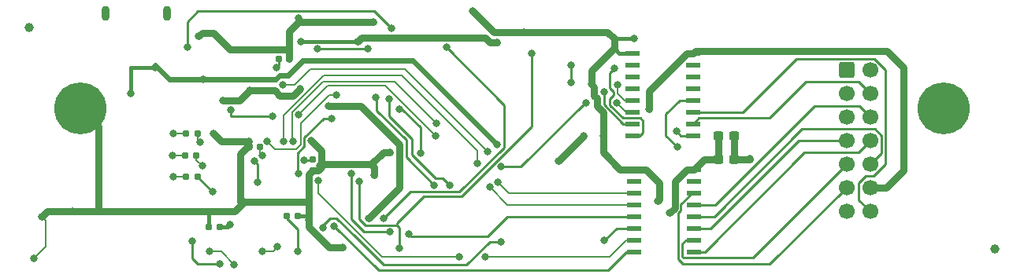
<source format=gbr>
%TF.GenerationSoftware,KiCad,Pcbnew,8.0.2*%
%TF.CreationDate,2024-05-22T10:06:01-07:00*%
%TF.ProjectId,USB_8769M,5553425f-3837-4363-994d-2e6b69636164,rev?*%
%TF.SameCoordinates,Original*%
%TF.FileFunction,Copper,L2,Bot*%
%TF.FilePolarity,Positive*%
%FSLAX46Y46*%
G04 Gerber Fmt 4.6, Leading zero omitted, Abs format (unit mm)*
G04 Created by KiCad (PCBNEW 8.0.2) date 2024-05-22 10:06:01*
%MOMM*%
%LPD*%
G01*
G04 APERTURE LIST*
G04 Aperture macros list*
%AMRoundRect*
0 Rectangle with rounded corners*
0 $1 Rounding radius*
0 $2 $3 $4 $5 $6 $7 $8 $9 X,Y pos of 4 corners*
0 Add a 4 corners polygon primitive as box body*
4,1,4,$2,$3,$4,$5,$6,$7,$8,$9,$2,$3,0*
0 Add four circle primitives for the rounded corners*
1,1,$1+$1,$2,$3*
1,1,$1+$1,$4,$5*
1,1,$1+$1,$6,$7*
1,1,$1+$1,$8,$9*
0 Add four rect primitives between the rounded corners*
20,1,$1+$1,$2,$3,$4,$5,0*
20,1,$1+$1,$4,$5,$6,$7,0*
20,1,$1+$1,$6,$7,$8,$9,0*
20,1,$1+$1,$8,$9,$2,$3,0*%
G04 Aperture macros list end*
%TA.AperFunction,ComponentPad*%
%ADD10C,3.600000*%
%TD*%
%TA.AperFunction,ConnectorPad*%
%ADD11C,5.600000*%
%TD*%
%TA.AperFunction,ComponentPad*%
%ADD12RoundRect,0.250000X-0.600000X-0.600000X0.600000X-0.600000X0.600000X0.600000X-0.600000X0.600000X0*%
%TD*%
%TA.AperFunction,ComponentPad*%
%ADD13C,1.700000*%
%TD*%
%TA.AperFunction,ComponentPad*%
%ADD14O,0.900000X1.600000*%
%TD*%
%TA.AperFunction,SMDPad,CuDef*%
%ADD15RoundRect,0.155000X0.212500X0.155000X-0.212500X0.155000X-0.212500X-0.155000X0.212500X-0.155000X0*%
%TD*%
%TA.AperFunction,SMDPad,CuDef*%
%ADD16RoundRect,0.137500X-0.662500X-0.137500X0.662500X-0.137500X0.662500X0.137500X-0.662500X0.137500X0*%
%TD*%
%TA.AperFunction,SMDPad,CuDef*%
%ADD17RoundRect,0.160000X0.197500X0.160000X-0.197500X0.160000X-0.197500X-0.160000X0.197500X-0.160000X0*%
%TD*%
%TA.AperFunction,SMDPad,CuDef*%
%ADD18RoundRect,0.237500X0.300000X0.237500X-0.300000X0.237500X-0.300000X-0.237500X0.300000X-0.237500X0*%
%TD*%
%TA.AperFunction,SMDPad,CuDef*%
%ADD19RoundRect,0.155000X-0.212500X-0.155000X0.212500X-0.155000X0.212500X0.155000X-0.212500X0.155000X0*%
%TD*%
%TA.AperFunction,SMDPad,CuDef*%
%ADD20C,1.000000*%
%TD*%
%TA.AperFunction,SMDPad,CuDef*%
%ADD21RoundRect,0.155000X-0.155000X0.212500X-0.155000X-0.212500X0.155000X-0.212500X0.155000X0.212500X0*%
%TD*%
%TA.AperFunction,ViaPad*%
%ADD22C,0.800000*%
%TD*%
%TA.AperFunction,Conductor*%
%ADD23C,0.800000*%
%TD*%
%TA.AperFunction,Conductor*%
%ADD24C,0.200000*%
%TD*%
%TA.AperFunction,Conductor*%
%ADD25C,0.400000*%
%TD*%
%TA.AperFunction,Conductor*%
%ADD26C,0.600000*%
%TD*%
%TA.AperFunction,Conductor*%
%ADD27C,0.254000*%
%TD*%
%TA.AperFunction,Conductor*%
%ADD28C,0.250000*%
%TD*%
G04 APERTURE END LIST*
D10*
%TO.P,H1,1,1*%
%TO.N,GND*%
X103500000Y-96200000D03*
D11*
X103500000Y-96200000D03*
%TD*%
D10*
%TO.P,H2,1,1*%
%TO.N,GND*%
X196300000Y-96200000D03*
D11*
X196300000Y-96200000D03*
%TD*%
D12*
%TO.P,J3,1,Pin_1*%
%TO.N,unconnected-(J3-Pin_1-Pad1)*%
X185860000Y-92060000D03*
D13*
%TO.P,J3,2,Pin_2*%
%TO.N,unconnected-(J3-Pin_2-Pad2)*%
X188400000Y-92060000D03*
%TO.P,J3,3,Pin_3*%
%TO.N,/AttenIFace/P4THRU*%
X185860000Y-94600000D03*
%TO.P,J3,4,Pin_4*%
%TO.N,/AttenIFace/P4CONN*%
X188400000Y-94600000D03*
%TO.P,J3,5,Pin_5*%
%TO.N,unconnected-(J3-Pin_5-Pad5)*%
X185860000Y-97140000D03*
%TO.P,J3,6,Pin_6*%
%TO.N,/AttenIFace/P3THRU*%
X188400000Y-97140000D03*
%TO.P,J3,7,Pin_7*%
%TO.N,/AttenIFace/P2THRU*%
X185860000Y-99680000D03*
%TO.P,J3,8,Pin_8*%
%TO.N,/AttenIFace/P1THRU*%
X188400000Y-99680000D03*
%TO.P,J3,9,Pin_9*%
%TO.N,/AttenIFace/P1CONN*%
X185860000Y-102220000D03*
%TO.P,J3,10,Pin_10*%
%TO.N,/AttenIFace/P2CONN*%
X188400000Y-102220000D03*
%TO.P,J3,11,Pin_11*%
%TO.N,/AttenIFace/P3CONN*%
X185860000Y-104760000D03*
%TO.P,J3,12,Pin_12*%
%TO.N,+VSW*%
X188400000Y-104760000D03*
%TO.P,J3,13,Pin_13*%
%TO.N,/AttenIFace/P5CONN*%
X185860000Y-107300000D03*
%TO.P,J3,14,Pin_14*%
%TO.N,/AttenIFace/P5THRU*%
X188400000Y-107300000D03*
%TD*%
D14*
%TO.P,J1,6,Shield*%
%TO.N,GND*%
X112800000Y-86000000D03*
X106200000Y-86000000D03*
%TD*%
D15*
%TO.P,C10,1*%
%TO.N,+3.3V*%
X118467500Y-109000000D03*
%TO.P,C10,2*%
%TO.N,GND*%
X117332500Y-109000000D03*
%TD*%
D16*
%TO.P,U6,1,I1*%
%TO.N,S4U*%
X162850000Y-99145000D03*
%TO.P,U6,2,I2*%
%TO.N,S4D*%
X162850000Y-97875000D03*
%TO.P,U6,3,I3*%
%TO.N,S5U*%
X162850000Y-96605000D03*
%TO.P,U6,4,I4*%
%TO.N,S5D*%
X162850000Y-95335000D03*
%TO.P,U6,5,I5*%
%TO.N,unconnected-(U6-I5-Pad5)*%
X162850000Y-94065000D03*
%TO.P,U6,6,I6*%
%TO.N,unconnected-(U6-I6-Pad6)*%
X162850000Y-92795000D03*
%TO.P,U6,7,I7*%
%TO.N,unconnected-(U6-I7-Pad7)*%
X162850000Y-91525000D03*
%TO.P,U6,8,GND*%
%TO.N,GND*%
X162850000Y-90255000D03*
%TO.P,U6,9,COM*%
%TO.N,+VSW*%
X169350000Y-90255000D03*
%TO.P,U6,10,O7*%
%TO.N,unconnected-(U6-O7-Pad10)*%
X169350000Y-91525000D03*
%TO.P,U6,11,O6*%
%TO.N,unconnected-(U6-O6-Pad11)*%
X169350000Y-92795000D03*
%TO.P,U6,12,O5*%
%TO.N,unconnected-(U6-O5-Pad12)*%
X169350000Y-94065000D03*
%TO.P,U6,13,O4*%
%TO.N,/AttenIFace/P5CONN*%
X169350000Y-95335000D03*
%TO.P,U6,14,O3*%
%TO.N,/AttenIFace/P5THRU*%
X169350000Y-96605000D03*
%TO.P,U6,15,O2*%
%TO.N,/AttenIFace/P4CONN*%
X169350000Y-97875000D03*
%TO.P,U6,16,O1*%
%TO.N,/AttenIFace/P4THRU*%
X169350000Y-99145000D03*
%TD*%
D17*
%TO.P,R10,1*%
%TO.N,GND*%
X126897500Y-107800000D03*
%TO.P,R10,2*%
%TO.N,Net-(U3-BOOT0)*%
X125702500Y-107800000D03*
%TD*%
%TO.P,R15,1*%
%TO.N,Net-(U3-PA9)*%
X115995000Y-101300000D03*
%TO.P,R15,2*%
%TO.N,Net-(D6-A)*%
X114800000Y-101300000D03*
%TD*%
D18*
%TO.P,C20,1*%
%TO.N,GND*%
X173800000Y-99200000D03*
%TO.P,C20,2*%
%TO.N,+VSW*%
X172075000Y-99200000D03*
%TD*%
D15*
%TO.P,C6,1*%
%TO.N,GND*%
X125967500Y-90900000D03*
%TO.P,C6,2*%
%TO.N,Net-(U2-BP)*%
X124832500Y-90900000D03*
%TD*%
D16*
%TO.P,U5,1,I1*%
%TO.N,S1U*%
X163000000Y-111680000D03*
%TO.P,U5,2,I2*%
%TO.N,S1D*%
X163000000Y-110410000D03*
%TO.P,U5,3,I3*%
%TO.N,S2U*%
X163000000Y-109140000D03*
%TO.P,U5,4,I4*%
%TO.N,S2D*%
X163000000Y-107870000D03*
%TO.P,U5,5,I5*%
%TO.N,S3U*%
X163000000Y-106600000D03*
%TO.P,U5,6,I6*%
%TO.N,S3D*%
X163000000Y-105330000D03*
%TO.P,U5,7,I7*%
%TO.N,unconnected-(U5-I7-Pad7)*%
X163000000Y-104060000D03*
%TO.P,U5,8,GND*%
%TO.N,GND*%
X163000000Y-102790000D03*
%TO.P,U5,9,COM*%
%TO.N,+VSW*%
X169500000Y-102790000D03*
%TO.P,U5,10,O7*%
%TO.N,unconnected-(U5-O7-Pad10)*%
X169500000Y-104060000D03*
%TO.P,U5,11,O6*%
%TO.N,/AttenIFace/P3CONN*%
X169500000Y-105330000D03*
%TO.P,U5,12,O5*%
%TO.N,/AttenIFace/P3THRU*%
X169500000Y-106600000D03*
%TO.P,U5,13,O4*%
%TO.N,/AttenIFace/P2CONN*%
X169500000Y-107870000D03*
%TO.P,U5,14,O3*%
%TO.N,/AttenIFace/P2THRU*%
X169500000Y-109140000D03*
%TO.P,U5,15,O2*%
%TO.N,/AttenIFace/P1CONN*%
X169500000Y-110410000D03*
%TO.P,U5,16,O1*%
%TO.N,/AttenIFace/P1THRU*%
X169500000Y-111680000D03*
%TD*%
D19*
%TO.P,C17,1*%
%TO.N,GND*%
X121665000Y-100400000D03*
%TO.P,C17,2*%
%TO.N,Net-(U3-VCAP1)*%
X122800000Y-100400000D03*
%TD*%
D20*
%TO.P,FID4,*%
%TO.N,*%
X201800000Y-111400000D03*
%TD*%
D17*
%TO.P,R14,1*%
%TO.N,Net-(U3-PA8)*%
X116097500Y-98900000D03*
%TO.P,R14,2*%
%TO.N,Net-(D5-A)*%
X114902500Y-98900000D03*
%TD*%
D18*
%TO.P,C21,1*%
%TO.N,GND*%
X173800000Y-101710000D03*
%TO.P,C21,2*%
%TO.N,+VSW*%
X172075000Y-101710000D03*
%TD*%
D21*
%TO.P,C13,1*%
%TO.N,Net-(U3-VDDA)*%
X128500000Y-101765000D03*
%TO.P,C13,2*%
%TO.N,GND*%
X128500000Y-102900000D03*
%TD*%
D20*
%TO.P,FID3,*%
%TO.N,*%
X98000000Y-87500000D03*
%TD*%
D17*
%TO.P,R16,1*%
%TO.N,Net-(U3-PA10)*%
X116095000Y-103600000D03*
%TO.P,R16,2*%
%TO.N,Net-(D7-A)*%
X114900000Y-103600000D03*
%TD*%
D22*
%TO.N,GND*%
X118800000Y-95350000D03*
X163000000Y-88700000D03*
X117800000Y-98900000D03*
X158451757Y-93606003D03*
X159700000Y-99200000D03*
X129289000Y-102416000D03*
X131700000Y-111200000D03*
X151200000Y-88000000D03*
X127099001Y-94127201D03*
X175476017Y-101676009D03*
X135000000Y-86900000D03*
X145700000Y-85725000D03*
X99336100Y-107935000D03*
X121650000Y-99761800D03*
X154900000Y-101900000D03*
X165600000Y-106200000D03*
X157600000Y-99200000D03*
X136800000Y-101000000D03*
X116255000Y-88450000D03*
X128070000Y-108243000D03*
X127000000Y-86500000D03*
X135100000Y-103400000D03*
X121099996Y-106300000D03*
X128334000Y-99663000D03*
X102700000Y-107300000D03*
X119600000Y-89900000D03*
X98500000Y-112400000D03*
X121700000Y-94300000D03*
%TO.N,+VSW*%
X166867994Y-107500006D03*
X164648000Y-96312300D03*
%TO.N,VBUS*%
X111600000Y-91855000D03*
X108898000Y-94600000D03*
X148300000Y-100100000D03*
X116700000Y-93100000D03*
%TO.N,Net-(U2-BP)*%
X124600000Y-91800000D03*
%TO.N,+3.3V*%
X135300000Y-97600000D03*
X134474000Y-108100000D03*
X127200000Y-89000000D03*
X148322000Y-89092700D03*
X119607000Y-108717000D03*
X130207637Y-95966161D03*
X133300000Y-89000000D03*
%TO.N,Net-(U3-VDDA)*%
X127600000Y-101800000D03*
%TO.N,Net-(J2-~{RESET})*%
X115500000Y-110500000D03*
X133459000Y-104076000D03*
X137800000Y-111300000D03*
X118500000Y-113000000D03*
X152033000Y-90298200D03*
%TO.N,Net-(U3-VCAP1)*%
X123067000Y-101299000D03*
%TO.N,/uController/JTDO*%
X117437660Y-111644034D03*
X120059505Y-113073553D03*
X124707810Y-111156397D03*
X123059782Y-111613588D03*
%TO.N,/AttenIFace/P5CONN*%
X167700000Y-100400000D03*
%TO.N,/AttenIFace/P4THRU*%
X167600004Y-98700000D03*
%TO.N,Net-(U3-BOOT0)*%
X126850000Y-111600000D03*
X142854000Y-89633600D03*
X136138000Y-108109000D03*
%TO.N,Net-(U3-PB0)*%
X124138000Y-97025400D03*
X114999999Y-89599999D03*
X119700000Y-96400000D03*
X136948000Y-87565200D03*
%TO.N,/uController/~{SPI2NSS}*%
X141568000Y-104492000D03*
X135270000Y-95060000D03*
%TO.N,Net-(D5-A)*%
X113500000Y-98900000D03*
%TO.N,S5U*%
X126980000Y-96909700D03*
X161200000Y-95600000D03*
X141700000Y-99200000D03*
%TO.N,/uController/SPI2_MOSI*%
X122600000Y-104200000D03*
X122205000Y-101877000D03*
X128968000Y-89827900D03*
X134400000Y-89827900D03*
%TO.N,Net-(D6-A)*%
X113400000Y-101300000D03*
%TO.N,S3D*%
X125240383Y-93691286D03*
X147300000Y-100900000D03*
X148416000Y-104187000D03*
%TO.N,S2D*%
X138855000Y-109798000D03*
X136803000Y-109529000D03*
X132638000Y-103289000D03*
%TO.N,S1D*%
X144200000Y-112245000D03*
X147000002Y-112200000D03*
X129100000Y-104000000D03*
%TO.N,/uController/SPI2_SCK*%
X131000000Y-94800000D03*
X123614000Y-99781000D03*
%TO.N,S5D*%
X141800000Y-97800000D03*
X161300000Y-93700000D03*
X126400000Y-99800000D03*
%TO.N,S4D*%
X157891000Y-95590500D03*
X148710000Y-102510000D03*
X159790000Y-94464100D03*
X129611000Y-109126000D03*
X148711000Y-110600000D03*
%TO.N,S1U*%
X130818000Y-108884000D03*
%TO.N,S4U*%
X156305000Y-93457000D03*
X156300000Y-91600000D03*
X160933798Y-91933798D03*
X137800000Y-96300000D03*
X140054000Y-101029000D03*
%TO.N,Net-(D7-A)*%
X113500000Y-103600000D03*
%TO.N,S2U*%
X159854000Y-110434000D03*
X126976000Y-103249000D03*
X143198000Y-104492000D03*
X136700000Y-95200000D03*
X130539000Y-97282700D03*
%TO.N,S3U*%
X146146488Y-102146476D03*
X147500000Y-104700000D03*
X125400000Y-99800000D03*
%TO.N,Net-(U3-PA8)*%
X116400000Y-99900000D03*
%TO.N,Net-(U3-PA9)*%
X116600000Y-102400000D03*
%TO.N,Net-(U3-PA10)*%
X117700000Y-105175000D03*
%TD*%
D23*
%TO.N,GND*%
X125968000Y-89900000D02*
X125968000Y-90900000D01*
X158760000Y-94862300D02*
X158760000Y-93914246D01*
X160164905Y-88000000D02*
X151200000Y-88000000D01*
X120700000Y-106300000D02*
X121099996Y-106300000D01*
X159021000Y-95122500D02*
X159021000Y-95927400D01*
X116605000Y-88100000D02*
X116255000Y-88450000D01*
X129429000Y-102276000D02*
X129289000Y-102416000D01*
X124402000Y-94300000D02*
X124932000Y-94830000D01*
X175442026Y-101710000D02*
X175476017Y-101676009D01*
X158760000Y-93914246D02*
X158451757Y-93606003D01*
X128334000Y-99663000D02*
X129429000Y-100758000D01*
X121700000Y-94300000D02*
X120650000Y-95350000D01*
X117800000Y-98900000D02*
X118702000Y-99802000D01*
X120099996Y-107300000D02*
X121099996Y-106300000D01*
X147975000Y-88000000D02*
X145700000Y-85725000D01*
X124932000Y-94830000D02*
X126396202Y-94830000D01*
X160882732Y-89717162D02*
X160882732Y-88717827D01*
X135100000Y-102575000D02*
X134799000Y-102274000D01*
X158451757Y-93606003D02*
X158451757Y-92148135D01*
X128070000Y-108243000D02*
X128070000Y-107800000D01*
D24*
X99766400Y-108365000D02*
X99336100Y-107935000D01*
D23*
X129429000Y-102276000D02*
X129429000Y-102556000D01*
X129429000Y-100758000D02*
X129429000Y-102276000D01*
X161490000Y-102790000D02*
X163000000Y-102790000D01*
X128070000Y-103330000D02*
X128070000Y-106400000D01*
X159021000Y-95927400D02*
X159700000Y-96606900D01*
X105500000Y-98200000D02*
X103500000Y-96200000D01*
X117800000Y-88100000D02*
X116605000Y-88100000D01*
X125967500Y-90900000D02*
X125968000Y-90900000D01*
X163000000Y-102790000D02*
X164293000Y-102790000D01*
X134799000Y-102274000D02*
X129431000Y-102274000D01*
X130270786Y-111200000D02*
X131700000Y-111200000D01*
X120700000Y-106300000D02*
X120700000Y-101132000D01*
D25*
X126897500Y-107800000D02*
X128070000Y-107800000D01*
D24*
X98500000Y-112400000D02*
X99766400Y-111134000D01*
D23*
X159700000Y-101000000D02*
X161490000Y-102790000D01*
X127000000Y-86500000D02*
X127000000Y-86900000D01*
X120650000Y-95350000D02*
X118800000Y-95350000D01*
X159700000Y-96606900D02*
X159700000Y-99200000D01*
X165737999Y-106062001D02*
X165737999Y-104234999D01*
X127970000Y-106300000D02*
X128070000Y-106400000D01*
X128070000Y-106400000D02*
X128070000Y-107800000D01*
X99971100Y-107300000D02*
X99336100Y-107935000D01*
X129431000Y-102274000D02*
X129429000Y-102276000D01*
D24*
X121650000Y-99761800D02*
X121650000Y-100182000D01*
D23*
X129104000Y-102900000D02*
X128500000Y-102900000D01*
X158760000Y-94862300D02*
X159021000Y-95122500D01*
X121700000Y-94300000D02*
X124402000Y-94300000D01*
D25*
X162850000Y-90255000D02*
X161420568Y-90255000D01*
D23*
X164293000Y-102790000D02*
X165737999Y-104234999D01*
X159700000Y-99200000D02*
X159700000Y-101000000D01*
X118702000Y-99802000D02*
X121610000Y-99802000D01*
X160882732Y-88717827D02*
X160164905Y-88000000D01*
X151200000Y-88000000D02*
X147975000Y-88000000D01*
X105500000Y-107300000D02*
X105500000Y-98200000D01*
X173800000Y-101710000D02*
X175442026Y-101710000D01*
D25*
X161420568Y-90255000D02*
X160882730Y-89717162D01*
D23*
X121610000Y-99802000D02*
X121650000Y-99761800D01*
X165600000Y-106200000D02*
X165737999Y-106062001D01*
X129429000Y-102575000D02*
X129104000Y-102900000D01*
X157600000Y-99200000D02*
X154900000Y-101900000D01*
D24*
X121650000Y-100182000D02*
X121650000Y-100385000D01*
D25*
X160900559Y-88700000D02*
X160882730Y-88717829D01*
D23*
X129429000Y-102556000D02*
X129429000Y-102575000D01*
X120700000Y-101132000D02*
X121650000Y-100182000D01*
X128070000Y-108999214D02*
X130270786Y-111200000D01*
X117400000Y-107300000D02*
X120099996Y-107300000D01*
X136073000Y-101000000D02*
X136800000Y-101000000D01*
X105500000Y-107300000D02*
X102700000Y-107300000D01*
X173800000Y-101710000D02*
X173800000Y-99200000D01*
X102700000Y-107300000D02*
X99971100Y-107300000D01*
D25*
X117332500Y-107367500D02*
X117400000Y-107300000D01*
D23*
X121665000Y-100400000D02*
X121650000Y-100385000D01*
X135100000Y-103400000D02*
X135100000Y-102575000D01*
D25*
X117332500Y-109000000D02*
X117332500Y-107367500D01*
D23*
X117400000Y-107300000D02*
X105500000Y-107300000D01*
X126396202Y-94830000D02*
X127099001Y-94127201D01*
X129429000Y-102556000D02*
X129289000Y-102416000D01*
X158451757Y-92148135D02*
X160882730Y-89717162D01*
X128500000Y-102900000D02*
X128070000Y-103330000D01*
X128070000Y-108243000D02*
X128070000Y-108999214D01*
X127000000Y-86900000D02*
X125968000Y-87932500D01*
X125968000Y-87932500D02*
X125968000Y-89900000D01*
X119600000Y-89900000D02*
X117800000Y-88100000D01*
X120700000Y-106300000D02*
X127970000Y-106300000D01*
D25*
X163000000Y-88700000D02*
X160900559Y-88700000D01*
D23*
X125968000Y-89900000D02*
X119600000Y-89900000D01*
X127000000Y-86900000D02*
X135000000Y-86900000D01*
X134799000Y-102274000D02*
X136073000Y-101000000D01*
D24*
X99766400Y-111134000D02*
X99766400Y-108365000D01*
D23*
%TO.N,+VSW*%
X167400000Y-106968000D02*
X166867994Y-107500006D01*
X164648000Y-96312300D02*
X164648000Y-94339100D01*
X172075000Y-101710000D02*
X172075000Y-99200000D01*
X169605000Y-90000000D02*
X190200000Y-90000000D01*
X190140000Y-104760000D02*
X188400000Y-104760000D01*
X192000000Y-91800000D02*
X192000000Y-102900000D01*
X164648000Y-94339100D02*
X168732000Y-90255000D01*
X172075000Y-101710000D02*
X170580000Y-101710000D01*
X168700001Y-102790000D02*
X167400000Y-104090001D01*
X170580000Y-101710000D02*
X169500000Y-102790000D01*
X192000000Y-102900000D02*
X190140000Y-104760000D01*
X168732000Y-90255000D02*
X169350000Y-90255000D01*
X169500000Y-102790000D02*
X168700001Y-102790000D01*
X169350000Y-90255000D02*
X169605000Y-90000000D01*
X167400000Y-104090001D02*
X167400000Y-106968000D01*
X190200000Y-90000000D02*
X192000000Y-91800000D01*
D26*
%TO.N,VBUS*%
X113100000Y-93100000D02*
X111600000Y-91600000D01*
D25*
X111600000Y-91855000D02*
X111855000Y-91855000D01*
D26*
X124973000Y-92670000D02*
X124543000Y-93100000D01*
X116700000Y-93100000D02*
X113100000Y-93100000D01*
D25*
X108898000Y-91855000D02*
X111600000Y-91855000D01*
D26*
X139273000Y-91073000D02*
X127424000Y-91073000D01*
X125827000Y-92670000D02*
X124973000Y-92670000D01*
X111600000Y-91600000D02*
X111600000Y-91855000D01*
X124543000Y-93100000D02*
X116700000Y-93100000D01*
X127424000Y-91073000D02*
X125827000Y-92670000D01*
D25*
X108898000Y-94600000D02*
X108898000Y-91855000D01*
D26*
X148300000Y-100100000D02*
X139273000Y-91073000D01*
D27*
%TO.N,Net-(U2-BP)*%
X124832000Y-91233200D02*
X124832000Y-91233700D01*
X124832000Y-91066600D02*
X124832000Y-91233200D01*
X124832000Y-91567500D02*
X124600000Y-91800000D01*
X124832000Y-91233700D02*
X124832000Y-91567500D01*
D28*
X124832000Y-91233700D02*
X124832000Y-91233200D01*
X124832000Y-91233200D02*
X124832000Y-91066600D01*
D23*
%TO.N,+3.3V*%
X147042000Y-88598100D02*
X133702000Y-88598100D01*
X137811000Y-104763000D02*
X134474000Y-108100000D01*
X147537000Y-89092700D02*
X147042000Y-88598100D01*
D25*
X118467500Y-109000000D02*
X119324000Y-109000000D01*
X119324000Y-109000000D02*
X119607000Y-108717000D01*
D23*
X148322000Y-89092700D02*
X147537000Y-89092700D01*
X135300000Y-97600000D02*
X137811000Y-100111000D01*
X137811000Y-100111000D02*
X137811000Y-104763000D01*
X133666161Y-95966161D02*
X130207637Y-95966161D01*
X135300000Y-97600000D02*
X133666161Y-95966161D01*
X133702000Y-88598100D02*
X133300000Y-89000000D01*
D25*
X127200000Y-89000000D02*
X133300000Y-89000000D01*
D28*
%TO.N,Net-(U3-VDDA)*%
X127600000Y-101800000D02*
X128465000Y-101800000D01*
%TO.N,Net-(J2-~{RESET})*%
X133459000Y-108137000D02*
X133459000Y-104076000D01*
X115500000Y-110500000D02*
X115500000Y-112400002D01*
X137800000Y-109085000D02*
X137800000Y-111300000D01*
X136502000Y-108802000D02*
X136452000Y-108853000D01*
X137517000Y-108802000D02*
X137800000Y-109085000D01*
X116099998Y-113000000D02*
X118500000Y-113000000D01*
X140402000Y-105708000D02*
X137517000Y-108592000D01*
X136452000Y-108853000D02*
X134175000Y-108853000D01*
X152033000Y-98161200D02*
X144486000Y-105708000D01*
X115500000Y-112400002D02*
X116099998Y-113000000D01*
X144486000Y-105708000D02*
X140402000Y-105708000D01*
X137517000Y-108592000D02*
X137517000Y-108802000D01*
X134175000Y-108853000D02*
X133459000Y-108137000D01*
X152033000Y-90298200D02*
X152033000Y-98161200D01*
X137517000Y-108802000D02*
X136502000Y-108802000D01*
D24*
%TO.N,Net-(U3-VCAP1)*%
X122800000Y-101032000D02*
X123067000Y-101299000D01*
X122800000Y-100400000D02*
X122800000Y-101032000D01*
%TO.N,/uController/JTDO*%
X123059782Y-111613588D02*
X124250619Y-111613588D01*
X118629986Y-111644034D02*
X117437660Y-111644034D01*
X124250619Y-111613588D02*
X124707810Y-111156397D01*
X120059505Y-113073553D02*
X118629986Y-111644034D01*
D28*
%TO.N,/AttenIFace/P2THRU*%
X180724000Y-99680000D02*
X185860000Y-99680000D01*
X171264000Y-109140000D02*
X180724000Y-99680000D01*
X169500000Y-109140000D02*
X171264000Y-109140000D01*
%TO.N,/AttenIFace/P3THRU*%
X182411505Y-95949400D02*
X171760905Y-106600000D01*
X171760905Y-106600000D02*
X169500000Y-106600000D01*
X188400000Y-97140000D02*
X187209400Y-95949400D01*
X187209400Y-95949400D02*
X182411505Y-95949400D01*
%TO.N,/AttenIFace/P5CONN*%
X166445000Y-96845847D02*
X166445000Y-99145000D01*
X167955847Y-95335000D02*
X166445000Y-96845847D01*
X169350000Y-95335000D02*
X167955847Y-95335000D01*
X166445000Y-99145000D02*
X167700000Y-100400000D01*
%TO.N,/AttenIFace/P4CONN*%
X169999000Y-97226400D02*
X177608000Y-97226400D01*
X187183000Y-93383200D02*
X188400000Y-94600000D01*
X181452000Y-93383200D02*
X187183000Y-93383200D01*
X169350000Y-97875000D02*
X169999000Y-97226400D01*
X177608000Y-97226400D02*
X181452000Y-93383200D01*
%TO.N,/AttenIFace/P2CONN*%
X171630000Y-107870000D02*
X181037400Y-98462600D01*
X189603000Y-101017000D02*
X188400000Y-102220000D01*
X181037400Y-98462600D02*
X188902000Y-98462600D01*
X169500000Y-107870000D02*
X171630000Y-107870000D01*
X188902000Y-98462600D02*
X189603000Y-99163800D01*
X189603000Y-99163800D02*
X189603000Y-101017000D01*
%TO.N,/AttenIFace/P1THRU*%
X170637000Y-111680000D02*
X181365000Y-100952000D01*
X169500000Y-111680000D02*
X170637000Y-111680000D01*
X187128000Y-100952000D02*
X188400000Y-99680000D01*
X181365000Y-100952000D02*
X187128000Y-100952000D01*
%TO.N,/AttenIFace/P1CONN*%
X185860000Y-102220000D02*
X175782000Y-112298000D01*
X168590000Y-110410000D02*
X169500000Y-110410000D01*
X175782000Y-112298000D02*
X168298000Y-112298000D01*
X168177000Y-112177000D02*
X168177000Y-110823000D01*
X168177000Y-110823000D02*
X168590000Y-110410000D01*
X168298000Y-112298000D02*
X168177000Y-112177000D01*
%TO.N,/AttenIFace/P5THRU*%
X190077000Y-102222000D02*
X188809000Y-103490000D01*
X169350000Y-96605000D02*
X174720000Y-96605000D01*
X180473000Y-90852500D02*
X188868000Y-90852500D01*
X174720000Y-96605000D02*
X180473000Y-90852500D01*
X188868000Y-90852500D02*
X190077000Y-92061400D01*
X188809000Y-103490000D02*
X187969000Y-103490000D01*
X190077000Y-92061400D02*
X190077000Y-102222000D01*
X187186000Y-106086000D02*
X188400000Y-107300000D01*
X187186000Y-104273000D02*
X187186000Y-106086000D01*
X187969000Y-103490000D02*
X187186000Y-104273000D01*
%TO.N,/AttenIFace/P4THRU*%
X169350000Y-99145000D02*
X168045004Y-99145000D01*
X168045004Y-99145000D02*
X167600004Y-98700000D01*
%TO.N,/AttenIFace/P3CONN*%
X167800000Y-107490068D02*
X168052000Y-107238068D01*
X167800000Y-112500000D02*
X167800000Y-107490068D01*
X177620000Y-113000000D02*
X168300000Y-113000000D01*
X168052000Y-107238068D02*
X168052000Y-106554000D01*
X185860000Y-104760000D02*
X177620000Y-113000000D01*
X168052000Y-106554000D02*
X169276000Y-105330000D01*
X168300000Y-113000000D02*
X167800000Y-112500000D01*
%TO.N,Net-(U3-BOOT0)*%
X126850000Y-109250000D02*
X126850000Y-111600000D01*
X149075000Y-95854000D02*
X149075000Y-100420000D01*
X139028000Y-105218000D02*
X136138000Y-108109000D01*
X149075000Y-100420000D02*
X144276000Y-105218000D01*
X144276000Y-105218000D02*
X139028000Y-105218000D01*
X125702500Y-107800000D02*
X125702500Y-108102500D01*
X142854000Y-89633600D02*
X149075000Y-95854000D01*
X125702500Y-108102500D02*
X126850000Y-109250000D01*
%TO.N,Net-(U3-PB0)*%
X124138000Y-97025400D02*
X119700000Y-97025400D01*
X116136000Y-85730700D02*
X114999999Y-86866701D01*
X135113000Y-85730700D02*
X116136000Y-85730700D01*
X119700000Y-97025400D02*
X119700000Y-96400000D01*
X114999999Y-86866701D02*
X114999999Y-89599999D01*
X136948000Y-87565200D02*
X135113000Y-85730700D01*
%TO.N,/uController/~{SPI2NSS}*%
X135379000Y-96466200D02*
X135379000Y-95169000D01*
X138559000Y-101483000D02*
X138559000Y-99646000D01*
X141568000Y-104492000D02*
X138559000Y-101483000D01*
X138559000Y-99646000D02*
X135379000Y-96466200D01*
X135379000Y-95169000D02*
X135270000Y-95060000D01*
D24*
%TO.N,Net-(D5-A)*%
X114902000Y-98900000D02*
X113500000Y-98900000D01*
%TO.N,S5U*%
X130119700Y-93770000D02*
X136270000Y-93770000D01*
X136270000Y-93770000D02*
X141700000Y-99200000D01*
X126980000Y-96909700D02*
X130119700Y-93770000D01*
X162205000Y-96605000D02*
X161200000Y-95600000D01*
D28*
%TO.N,/uController/SPI2_MOSI*%
X122600000Y-102272000D02*
X122600000Y-104200000D01*
X128968000Y-89827900D02*
X134400000Y-89827900D01*
X122205000Y-101877000D02*
X122600000Y-102272000D01*
D24*
%TO.N,Net-(D6-A)*%
X114800000Y-101300000D02*
X113400000Y-101300000D01*
%TO.N,S3D*%
X128200000Y-92000000D02*
X126508714Y-93691286D01*
X149559000Y-105330000D02*
X148416000Y-104187000D01*
X126508714Y-93691286D02*
X125240383Y-93691286D01*
X138400000Y-92000000D02*
X128200000Y-92000000D01*
X147300000Y-100900000D02*
X138400000Y-92000000D01*
X163000000Y-105330000D02*
X149559000Y-105330000D01*
D28*
%TO.N,S2D*%
X139109000Y-110052000D02*
X138855000Y-109798000D01*
X134029000Y-109529000D02*
X132638000Y-108138000D01*
X163000000Y-107870000D02*
X149428000Y-107870000D01*
X132638000Y-108138000D02*
X132638000Y-103289000D01*
X149428000Y-107870000D02*
X147246000Y-110052000D01*
X136803000Y-109529000D02*
X134029000Y-109529000D01*
X147246000Y-110052000D02*
X139109000Y-110052000D01*
D24*
%TO.N,S1D*%
X129100000Y-105400000D02*
X135945000Y-112245000D01*
X160410000Y-112200000D02*
X147000002Y-112200000D01*
X163000000Y-110410000D02*
X162200000Y-110410000D01*
X162200000Y-110410000D02*
X160410000Y-112200000D01*
X129100000Y-104000000D02*
X129100000Y-105400000D01*
X135945000Y-112245000D02*
X144200000Y-112245000D01*
%TO.N,/uController/SPI2_SCK*%
X123614000Y-99781000D02*
X124463000Y-100630000D01*
X126744000Y-100630000D02*
X127230000Y-100144000D01*
X127230000Y-97869998D02*
X130299998Y-94800000D01*
X127230000Y-100144000D02*
X127230000Y-97869998D01*
X130299998Y-94800000D02*
X131000000Y-94800000D01*
X124463000Y-100630000D02*
X126744000Y-100630000D01*
%TO.N,S5D*%
X162850000Y-95335000D02*
X162050000Y-95335000D01*
X162050000Y-95335000D02*
X161300000Y-94585000D01*
X161300000Y-94585000D02*
X161300000Y-93700000D01*
X126280000Y-99680400D02*
X126280000Y-96619700D01*
X137300000Y-93300000D02*
X141800000Y-97800000D01*
X129599700Y-93300000D02*
X137300000Y-93300000D01*
X126400000Y-99800000D02*
X126280000Y-99680400D01*
X126280000Y-96619700D02*
X129599700Y-93300000D01*
D28*
%TO.N,S4D*%
X131047000Y-108058000D02*
X133048000Y-110058000D01*
X129611000Y-109126000D02*
X129611000Y-108830000D01*
X148710000Y-102510000D02*
X150861000Y-102510000D01*
X129611000Y-108830000D02*
X130384000Y-108058000D01*
X136090000Y-113100000D02*
X145000000Y-113100000D01*
X159790000Y-95775200D02*
X159790000Y-94464100D01*
X161890000Y-97875000D02*
X159790000Y-95775200D01*
X147500000Y-110600000D02*
X148711000Y-110600000D01*
X145000000Y-113100000D02*
X147500000Y-110600000D01*
X130384000Y-108058000D02*
X131047000Y-108058000D01*
X162850000Y-97875000D02*
X161890000Y-97875000D01*
X150861000Y-102510000D02*
X157780000Y-95590500D01*
X157780000Y-95590500D02*
X157891000Y-95590500D01*
X133048000Y-110058000D02*
X136090000Y-113100000D01*
%TO.N,S1U*%
X130818000Y-108884000D02*
X135602000Y-113668000D01*
X162220000Y-111680000D02*
X163000000Y-111680000D01*
X160232000Y-113668000D02*
X162220000Y-111680000D01*
X135602000Y-113668000D02*
X160232000Y-113668000D01*
%TO.N,S4U*%
X156305000Y-91605000D02*
X156300000Y-91600000D01*
X160388000Y-95840000D02*
X160388000Y-95202400D01*
X140054000Y-98253600D02*
X138100000Y-96300000D01*
X140054000Y-101029000D02*
X140054000Y-98253600D01*
X161823000Y-97275000D02*
X160388000Y-95840000D01*
X163708000Y-97275000D02*
X161823000Y-97275000D01*
X156305000Y-93457000D02*
X156305000Y-91605000D01*
X160445000Y-92422500D02*
X160933798Y-91933798D01*
X160445000Y-94054200D02*
X160445000Y-92422500D01*
X160846000Y-94745000D02*
X160846000Y-94455000D01*
X162850000Y-99145000D02*
X163650000Y-99145000D01*
X163975000Y-98820000D02*
X163975000Y-97542100D01*
X160388000Y-95202400D02*
X160846000Y-94745000D01*
X163975000Y-97542100D02*
X163708000Y-97275000D01*
X163650000Y-99145000D02*
X163975000Y-98820000D01*
X138100000Y-96300000D02*
X137800000Y-96300000D01*
X160846000Y-94455000D02*
X160445000Y-94054200D01*
D24*
%TO.N,Net-(D7-A)*%
X114900000Y-103600000D02*
X113500000Y-103600000D01*
D28*
%TO.N,S2U*%
X143198000Y-104492000D02*
X142472000Y-103765000D01*
X129673000Y-97282700D02*
X130539000Y-97282700D01*
X127582000Y-100290000D02*
X127582000Y-99373700D01*
X126845000Y-103119000D02*
X126845000Y-101026000D01*
X126845000Y-101026000D02*
X127582000Y-100290000D01*
X126976000Y-103249000D02*
X126845000Y-103119000D01*
X142472000Y-103765000D02*
X141729000Y-103765000D01*
X139139000Y-101175000D02*
X139139000Y-99548200D01*
X163000000Y-109140000D02*
X161148000Y-109140000D01*
X161148000Y-109140000D02*
X159854000Y-110434000D01*
X139139000Y-99548200D02*
X136700000Y-97109200D01*
X141729000Y-103765000D02*
X139139000Y-101175000D01*
X127582000Y-99373700D02*
X129673000Y-97282700D01*
X136700000Y-97109200D02*
X136700000Y-95200000D01*
D24*
%TO.N,S3U*%
X125400000Y-99800000D02*
X125400000Y-97000000D01*
X125400000Y-97000000D02*
X129700000Y-92700000D01*
X146146488Y-100784088D02*
X146146488Y-102146476D01*
X129700000Y-92700000D02*
X138062400Y-92700000D01*
X138062400Y-92700000D02*
X146146488Y-100784088D01*
X149400000Y-106600000D02*
X147500000Y-104700000D01*
X163000000Y-106600000D02*
X149400000Y-106600000D01*
%TO.N,Net-(U3-PA8)*%
X116098000Y-99597500D02*
X116400000Y-99900000D01*
X116098000Y-99248700D02*
X116098000Y-99597500D01*
D28*
X116098000Y-99248700D02*
X116098000Y-99074300D01*
D24*
X116098000Y-99074300D02*
X116098000Y-99248700D01*
%TO.N,Net-(U3-PA9)*%
X115995000Y-101795000D02*
X116600000Y-102400000D01*
X115995000Y-101300000D02*
X115995000Y-101795000D01*
D28*
%TO.N,Net-(U3-PA10)*%
X117700000Y-105175000D02*
X117670000Y-105175000D01*
X117670000Y-105175000D02*
X116095000Y-103600000D01*
%TD*%
M02*

</source>
